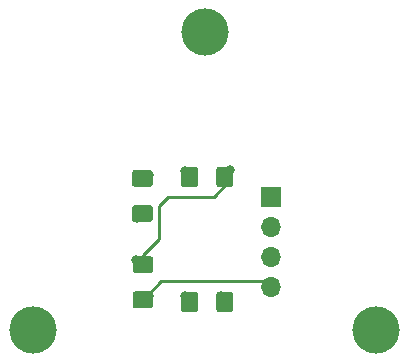
<source format=gbr>
G04 #@! TF.GenerationSoftware,KiCad,Pcbnew,5.0.1-33cea8e~68~ubuntu18.04.1*
G04 #@! TF.CreationDate,2018-11-27T18:27:31+01:00*
G04 #@! TF.ProjectId,AS5600_moveo_3_circ,4153353630305F6D6F76656F5F335F63,rev?*
G04 #@! TF.SameCoordinates,Original*
G04 #@! TF.FileFunction,Copper,L1,Top,Signal*
G04 #@! TF.FilePolarity,Positive*
%FSLAX46Y46*%
G04 Gerber Fmt 4.6, Leading zero omitted, Abs format (unit mm)*
G04 Created by KiCad (PCBNEW 5.0.1-33cea8e~68~ubuntu18.04.1) date mar 27 nov 2018 18:27:31 CET*
%MOMM*%
%LPD*%
G01*
G04 APERTURE LIST*
G04 #@! TA.AperFunction,Conductor*
%ADD10C,0.100000*%
G04 #@! TD*
G04 #@! TA.AperFunction,SMDPad,CuDef*
%ADD11C,1.425000*%
G04 #@! TD*
G04 #@! TA.AperFunction,ComponentPad*
%ADD12R,1.700000X1.700000*%
G04 #@! TD*
G04 #@! TA.AperFunction,ComponentPad*
%ADD13O,1.700000X1.700000*%
G04 #@! TD*
G04 #@! TA.AperFunction,ViaPad*
%ADD14C,4.000000*%
G04 #@! TD*
G04 #@! TA.AperFunction,ViaPad*
%ADD15C,0.800000*%
G04 #@! TD*
G04 #@! TA.AperFunction,Conductor*
%ADD16C,0.250000*%
G04 #@! TD*
G04 APERTURE END LIST*
D10*
G04 #@! TO.N,GND*
G04 #@! TO.C,C1*
G36*
X143067304Y-88917304D02*
X143091573Y-88920904D01*
X143115371Y-88926865D01*
X143138471Y-88935130D01*
X143160649Y-88945620D01*
X143181693Y-88958233D01*
X143201398Y-88972847D01*
X143219577Y-88989323D01*
X143236053Y-89007502D01*
X143250667Y-89027207D01*
X143263280Y-89048251D01*
X143273770Y-89070429D01*
X143282035Y-89093529D01*
X143287996Y-89117327D01*
X143291596Y-89141596D01*
X143292800Y-89166100D01*
X143292800Y-90091100D01*
X143291596Y-90115604D01*
X143287996Y-90139873D01*
X143282035Y-90163671D01*
X143273770Y-90186771D01*
X143263280Y-90208949D01*
X143250667Y-90229993D01*
X143236053Y-90249698D01*
X143219577Y-90267877D01*
X143201398Y-90284353D01*
X143181693Y-90298967D01*
X143160649Y-90311580D01*
X143138471Y-90322070D01*
X143115371Y-90330335D01*
X143091573Y-90336296D01*
X143067304Y-90339896D01*
X143042800Y-90341100D01*
X141792800Y-90341100D01*
X141768296Y-90339896D01*
X141744027Y-90336296D01*
X141720229Y-90330335D01*
X141697129Y-90322070D01*
X141674951Y-90311580D01*
X141653907Y-90298967D01*
X141634202Y-90284353D01*
X141616023Y-90267877D01*
X141599547Y-90249698D01*
X141584933Y-90229993D01*
X141572320Y-90208949D01*
X141561830Y-90186771D01*
X141553565Y-90163671D01*
X141547604Y-90139873D01*
X141544004Y-90115604D01*
X141542800Y-90091100D01*
X141542800Y-89166100D01*
X141544004Y-89141596D01*
X141547604Y-89117327D01*
X141553565Y-89093529D01*
X141561830Y-89070429D01*
X141572320Y-89048251D01*
X141584933Y-89027207D01*
X141599547Y-89007502D01*
X141616023Y-88989323D01*
X141634202Y-88972847D01*
X141653907Y-88958233D01*
X141674951Y-88945620D01*
X141697129Y-88935130D01*
X141720229Y-88926865D01*
X141744027Y-88920904D01*
X141768296Y-88917304D01*
X141792800Y-88916100D01*
X143042800Y-88916100D01*
X143067304Y-88917304D01*
X143067304Y-88917304D01*
G37*
D11*
G04 #@! TD*
G04 #@! TO.P,C1,2*
G04 #@! TO.N,GND*
X142417800Y-89628600D03*
D10*
G04 #@! TO.N,5V*
G04 #@! TO.C,C1*
G36*
X143067304Y-85942304D02*
X143091573Y-85945904D01*
X143115371Y-85951865D01*
X143138471Y-85960130D01*
X143160649Y-85970620D01*
X143181693Y-85983233D01*
X143201398Y-85997847D01*
X143219577Y-86014323D01*
X143236053Y-86032502D01*
X143250667Y-86052207D01*
X143263280Y-86073251D01*
X143273770Y-86095429D01*
X143282035Y-86118529D01*
X143287996Y-86142327D01*
X143291596Y-86166596D01*
X143292800Y-86191100D01*
X143292800Y-87116100D01*
X143291596Y-87140604D01*
X143287996Y-87164873D01*
X143282035Y-87188671D01*
X143273770Y-87211771D01*
X143263280Y-87233949D01*
X143250667Y-87254993D01*
X143236053Y-87274698D01*
X143219577Y-87292877D01*
X143201398Y-87309353D01*
X143181693Y-87323967D01*
X143160649Y-87336580D01*
X143138471Y-87347070D01*
X143115371Y-87355335D01*
X143091573Y-87361296D01*
X143067304Y-87364896D01*
X143042800Y-87366100D01*
X141792800Y-87366100D01*
X141768296Y-87364896D01*
X141744027Y-87361296D01*
X141720229Y-87355335D01*
X141697129Y-87347070D01*
X141674951Y-87336580D01*
X141653907Y-87323967D01*
X141634202Y-87309353D01*
X141616023Y-87292877D01*
X141599547Y-87274698D01*
X141584933Y-87254993D01*
X141572320Y-87233949D01*
X141561830Y-87211771D01*
X141553565Y-87188671D01*
X141547604Y-87164873D01*
X141544004Y-87140604D01*
X141542800Y-87116100D01*
X141542800Y-86191100D01*
X141544004Y-86166596D01*
X141547604Y-86142327D01*
X141553565Y-86118529D01*
X141561830Y-86095429D01*
X141572320Y-86073251D01*
X141584933Y-86052207D01*
X141599547Y-86032502D01*
X141616023Y-86014323D01*
X141634202Y-85997847D01*
X141653907Y-85983233D01*
X141674951Y-85970620D01*
X141697129Y-85960130D01*
X141720229Y-85951865D01*
X141744027Y-85945904D01*
X141768296Y-85942304D01*
X141792800Y-85941100D01*
X143042800Y-85941100D01*
X143067304Y-85942304D01*
X143067304Y-85942304D01*
G37*
D11*
G04 #@! TD*
G04 #@! TO.P,C1,1*
G04 #@! TO.N,5V*
X142417800Y-86653600D03*
D10*
G04 #@! TO.N,GND*
G04 #@! TO.C,C2*
G36*
X143029204Y-78638304D02*
X143053473Y-78641904D01*
X143077271Y-78647865D01*
X143100371Y-78656130D01*
X143122549Y-78666620D01*
X143143593Y-78679233D01*
X143163298Y-78693847D01*
X143181477Y-78710323D01*
X143197953Y-78728502D01*
X143212567Y-78748207D01*
X143225180Y-78769251D01*
X143235670Y-78791429D01*
X143243935Y-78814529D01*
X143249896Y-78838327D01*
X143253496Y-78862596D01*
X143254700Y-78887100D01*
X143254700Y-79812100D01*
X143253496Y-79836604D01*
X143249896Y-79860873D01*
X143243935Y-79884671D01*
X143235670Y-79907771D01*
X143225180Y-79929949D01*
X143212567Y-79950993D01*
X143197953Y-79970698D01*
X143181477Y-79988877D01*
X143163298Y-80005353D01*
X143143593Y-80019967D01*
X143122549Y-80032580D01*
X143100371Y-80043070D01*
X143077271Y-80051335D01*
X143053473Y-80057296D01*
X143029204Y-80060896D01*
X143004700Y-80062100D01*
X141754700Y-80062100D01*
X141730196Y-80060896D01*
X141705927Y-80057296D01*
X141682129Y-80051335D01*
X141659029Y-80043070D01*
X141636851Y-80032580D01*
X141615807Y-80019967D01*
X141596102Y-80005353D01*
X141577923Y-79988877D01*
X141561447Y-79970698D01*
X141546833Y-79950993D01*
X141534220Y-79929949D01*
X141523730Y-79907771D01*
X141515465Y-79884671D01*
X141509504Y-79860873D01*
X141505904Y-79836604D01*
X141504700Y-79812100D01*
X141504700Y-78887100D01*
X141505904Y-78862596D01*
X141509504Y-78838327D01*
X141515465Y-78814529D01*
X141523730Y-78791429D01*
X141534220Y-78769251D01*
X141546833Y-78748207D01*
X141561447Y-78728502D01*
X141577923Y-78710323D01*
X141596102Y-78693847D01*
X141615807Y-78679233D01*
X141636851Y-78666620D01*
X141659029Y-78656130D01*
X141682129Y-78647865D01*
X141705927Y-78641904D01*
X141730196Y-78638304D01*
X141754700Y-78637100D01*
X143004700Y-78637100D01*
X143029204Y-78638304D01*
X143029204Y-78638304D01*
G37*
D11*
G04 #@! TD*
G04 #@! TO.P,C2,2*
G04 #@! TO.N,GND*
X142379700Y-79349600D03*
D10*
G04 #@! TO.N,+3V3*
G04 #@! TO.C,C2*
G36*
X143029204Y-81613304D02*
X143053473Y-81616904D01*
X143077271Y-81622865D01*
X143100371Y-81631130D01*
X143122549Y-81641620D01*
X143143593Y-81654233D01*
X143163298Y-81668847D01*
X143181477Y-81685323D01*
X143197953Y-81703502D01*
X143212567Y-81723207D01*
X143225180Y-81744251D01*
X143235670Y-81766429D01*
X143243935Y-81789529D01*
X143249896Y-81813327D01*
X143253496Y-81837596D01*
X143254700Y-81862100D01*
X143254700Y-82787100D01*
X143253496Y-82811604D01*
X143249896Y-82835873D01*
X143243935Y-82859671D01*
X143235670Y-82882771D01*
X143225180Y-82904949D01*
X143212567Y-82925993D01*
X143197953Y-82945698D01*
X143181477Y-82963877D01*
X143163298Y-82980353D01*
X143143593Y-82994967D01*
X143122549Y-83007580D01*
X143100371Y-83018070D01*
X143077271Y-83026335D01*
X143053473Y-83032296D01*
X143029204Y-83035896D01*
X143004700Y-83037100D01*
X141754700Y-83037100D01*
X141730196Y-83035896D01*
X141705927Y-83032296D01*
X141682129Y-83026335D01*
X141659029Y-83018070D01*
X141636851Y-83007580D01*
X141615807Y-82994967D01*
X141596102Y-82980353D01*
X141577923Y-82963877D01*
X141561447Y-82945698D01*
X141546833Y-82925993D01*
X141534220Y-82904949D01*
X141523730Y-82882771D01*
X141515465Y-82859671D01*
X141509504Y-82835873D01*
X141505904Y-82811604D01*
X141504700Y-82787100D01*
X141504700Y-81862100D01*
X141505904Y-81837596D01*
X141509504Y-81813327D01*
X141515465Y-81789529D01*
X141523730Y-81766429D01*
X141534220Y-81744251D01*
X141546833Y-81723207D01*
X141561447Y-81703502D01*
X141577923Y-81685323D01*
X141596102Y-81668847D01*
X141615807Y-81654233D01*
X141636851Y-81641620D01*
X141659029Y-81631130D01*
X141682129Y-81622865D01*
X141705927Y-81616904D01*
X141730196Y-81613304D01*
X141754700Y-81612100D01*
X143004700Y-81612100D01*
X143029204Y-81613304D01*
X143029204Y-81613304D01*
G37*
D11*
G04 #@! TD*
G04 #@! TO.P,C2,1*
G04 #@! TO.N,+3V3*
X142379700Y-82324600D03*
D12*
G04 #@! TO.P,J1,1*
G04 #@! TO.N,5V*
X153276300Y-80886300D03*
D13*
G04 #@! TO.P,J1,2*
G04 #@! TO.N,SDA*
X153276300Y-83426300D03*
G04 #@! TO.P,J1,3*
G04 #@! TO.N,SCL*
X153276300Y-85966300D03*
G04 #@! TO.P,J1,4*
G04 #@! TO.N,GND*
X153276300Y-88506300D03*
G04 #@! TD*
D10*
G04 #@! TO.N,SCL*
G04 #@! TO.C,R1*
G36*
X149840604Y-88940604D02*
X149864873Y-88944204D01*
X149888671Y-88950165D01*
X149911771Y-88958430D01*
X149933949Y-88968920D01*
X149954993Y-88981533D01*
X149974698Y-88996147D01*
X149992877Y-89012623D01*
X150009353Y-89030802D01*
X150023967Y-89050507D01*
X150036580Y-89071551D01*
X150047070Y-89093729D01*
X150055335Y-89116829D01*
X150061296Y-89140627D01*
X150064896Y-89164896D01*
X150066100Y-89189400D01*
X150066100Y-90439400D01*
X150064896Y-90463904D01*
X150061296Y-90488173D01*
X150055335Y-90511971D01*
X150047070Y-90535071D01*
X150036580Y-90557249D01*
X150023967Y-90578293D01*
X150009353Y-90597998D01*
X149992877Y-90616177D01*
X149974698Y-90632653D01*
X149954993Y-90647267D01*
X149933949Y-90659880D01*
X149911771Y-90670370D01*
X149888671Y-90678635D01*
X149864873Y-90684596D01*
X149840604Y-90688196D01*
X149816100Y-90689400D01*
X148891100Y-90689400D01*
X148866596Y-90688196D01*
X148842327Y-90684596D01*
X148818529Y-90678635D01*
X148795429Y-90670370D01*
X148773251Y-90659880D01*
X148752207Y-90647267D01*
X148732502Y-90632653D01*
X148714323Y-90616177D01*
X148697847Y-90597998D01*
X148683233Y-90578293D01*
X148670620Y-90557249D01*
X148660130Y-90535071D01*
X148651865Y-90511971D01*
X148645904Y-90488173D01*
X148642304Y-90463904D01*
X148641100Y-90439400D01*
X148641100Y-89189400D01*
X148642304Y-89164896D01*
X148645904Y-89140627D01*
X148651865Y-89116829D01*
X148660130Y-89093729D01*
X148670620Y-89071551D01*
X148683233Y-89050507D01*
X148697847Y-89030802D01*
X148714323Y-89012623D01*
X148732502Y-88996147D01*
X148752207Y-88981533D01*
X148773251Y-88968920D01*
X148795429Y-88958430D01*
X148818529Y-88950165D01*
X148842327Y-88944204D01*
X148866596Y-88940604D01*
X148891100Y-88939400D01*
X149816100Y-88939400D01*
X149840604Y-88940604D01*
X149840604Y-88940604D01*
G37*
D11*
G04 #@! TD*
G04 #@! TO.P,R1,2*
G04 #@! TO.N,SCL*
X149353600Y-89814400D03*
D10*
G04 #@! TO.N,5V*
G04 #@! TO.C,R1*
G36*
X146865604Y-88940604D02*
X146889873Y-88944204D01*
X146913671Y-88950165D01*
X146936771Y-88958430D01*
X146958949Y-88968920D01*
X146979993Y-88981533D01*
X146999698Y-88996147D01*
X147017877Y-89012623D01*
X147034353Y-89030802D01*
X147048967Y-89050507D01*
X147061580Y-89071551D01*
X147072070Y-89093729D01*
X147080335Y-89116829D01*
X147086296Y-89140627D01*
X147089896Y-89164896D01*
X147091100Y-89189400D01*
X147091100Y-90439400D01*
X147089896Y-90463904D01*
X147086296Y-90488173D01*
X147080335Y-90511971D01*
X147072070Y-90535071D01*
X147061580Y-90557249D01*
X147048967Y-90578293D01*
X147034353Y-90597998D01*
X147017877Y-90616177D01*
X146999698Y-90632653D01*
X146979993Y-90647267D01*
X146958949Y-90659880D01*
X146936771Y-90670370D01*
X146913671Y-90678635D01*
X146889873Y-90684596D01*
X146865604Y-90688196D01*
X146841100Y-90689400D01*
X145916100Y-90689400D01*
X145891596Y-90688196D01*
X145867327Y-90684596D01*
X145843529Y-90678635D01*
X145820429Y-90670370D01*
X145798251Y-90659880D01*
X145777207Y-90647267D01*
X145757502Y-90632653D01*
X145739323Y-90616177D01*
X145722847Y-90597998D01*
X145708233Y-90578293D01*
X145695620Y-90557249D01*
X145685130Y-90535071D01*
X145676865Y-90511971D01*
X145670904Y-90488173D01*
X145667304Y-90463904D01*
X145666100Y-90439400D01*
X145666100Y-89189400D01*
X145667304Y-89164896D01*
X145670904Y-89140627D01*
X145676865Y-89116829D01*
X145685130Y-89093729D01*
X145695620Y-89071551D01*
X145708233Y-89050507D01*
X145722847Y-89030802D01*
X145739323Y-89012623D01*
X145757502Y-88996147D01*
X145777207Y-88981533D01*
X145798251Y-88968920D01*
X145820429Y-88958430D01*
X145843529Y-88950165D01*
X145867327Y-88944204D01*
X145891596Y-88940604D01*
X145916100Y-88939400D01*
X146841100Y-88939400D01*
X146865604Y-88940604D01*
X146865604Y-88940604D01*
G37*
D11*
G04 #@! TD*
G04 #@! TO.P,R1,1*
G04 #@! TO.N,5V*
X146378600Y-89814400D03*
D10*
G04 #@! TO.N,SDA*
G04 #@! TO.C,R2*
G36*
X146865604Y-78348804D02*
X146889873Y-78352404D01*
X146913671Y-78358365D01*
X146936771Y-78366630D01*
X146958949Y-78377120D01*
X146979993Y-78389733D01*
X146999698Y-78404347D01*
X147017877Y-78420823D01*
X147034353Y-78439002D01*
X147048967Y-78458707D01*
X147061580Y-78479751D01*
X147072070Y-78501929D01*
X147080335Y-78525029D01*
X147086296Y-78548827D01*
X147089896Y-78573096D01*
X147091100Y-78597600D01*
X147091100Y-79847600D01*
X147089896Y-79872104D01*
X147086296Y-79896373D01*
X147080335Y-79920171D01*
X147072070Y-79943271D01*
X147061580Y-79965449D01*
X147048967Y-79986493D01*
X147034353Y-80006198D01*
X147017877Y-80024377D01*
X146999698Y-80040853D01*
X146979993Y-80055467D01*
X146958949Y-80068080D01*
X146936771Y-80078570D01*
X146913671Y-80086835D01*
X146889873Y-80092796D01*
X146865604Y-80096396D01*
X146841100Y-80097600D01*
X145916100Y-80097600D01*
X145891596Y-80096396D01*
X145867327Y-80092796D01*
X145843529Y-80086835D01*
X145820429Y-80078570D01*
X145798251Y-80068080D01*
X145777207Y-80055467D01*
X145757502Y-80040853D01*
X145739323Y-80024377D01*
X145722847Y-80006198D01*
X145708233Y-79986493D01*
X145695620Y-79965449D01*
X145685130Y-79943271D01*
X145676865Y-79920171D01*
X145670904Y-79896373D01*
X145667304Y-79872104D01*
X145666100Y-79847600D01*
X145666100Y-78597600D01*
X145667304Y-78573096D01*
X145670904Y-78548827D01*
X145676865Y-78525029D01*
X145685130Y-78501929D01*
X145695620Y-78479751D01*
X145708233Y-78458707D01*
X145722847Y-78439002D01*
X145739323Y-78420823D01*
X145757502Y-78404347D01*
X145777207Y-78389733D01*
X145798251Y-78377120D01*
X145820429Y-78366630D01*
X145843529Y-78358365D01*
X145867327Y-78352404D01*
X145891596Y-78348804D01*
X145916100Y-78347600D01*
X146841100Y-78347600D01*
X146865604Y-78348804D01*
X146865604Y-78348804D01*
G37*
D11*
G04 #@! TD*
G04 #@! TO.P,R2,2*
G04 #@! TO.N,SDA*
X146378600Y-79222600D03*
D10*
G04 #@! TO.N,5V*
G04 #@! TO.C,R2*
G36*
X149840604Y-78348804D02*
X149864873Y-78352404D01*
X149888671Y-78358365D01*
X149911771Y-78366630D01*
X149933949Y-78377120D01*
X149954993Y-78389733D01*
X149974698Y-78404347D01*
X149992877Y-78420823D01*
X150009353Y-78439002D01*
X150023967Y-78458707D01*
X150036580Y-78479751D01*
X150047070Y-78501929D01*
X150055335Y-78525029D01*
X150061296Y-78548827D01*
X150064896Y-78573096D01*
X150066100Y-78597600D01*
X150066100Y-79847600D01*
X150064896Y-79872104D01*
X150061296Y-79896373D01*
X150055335Y-79920171D01*
X150047070Y-79943271D01*
X150036580Y-79965449D01*
X150023967Y-79986493D01*
X150009353Y-80006198D01*
X149992877Y-80024377D01*
X149974698Y-80040853D01*
X149954993Y-80055467D01*
X149933949Y-80068080D01*
X149911771Y-80078570D01*
X149888671Y-80086835D01*
X149864873Y-80092796D01*
X149840604Y-80096396D01*
X149816100Y-80097600D01*
X148891100Y-80097600D01*
X148866596Y-80096396D01*
X148842327Y-80092796D01*
X148818529Y-80086835D01*
X148795429Y-80078570D01*
X148773251Y-80068080D01*
X148752207Y-80055467D01*
X148732502Y-80040853D01*
X148714323Y-80024377D01*
X148697847Y-80006198D01*
X148683233Y-79986493D01*
X148670620Y-79965449D01*
X148660130Y-79943271D01*
X148651865Y-79920171D01*
X148645904Y-79896373D01*
X148642304Y-79872104D01*
X148641100Y-79847600D01*
X148641100Y-78597600D01*
X148642304Y-78573096D01*
X148645904Y-78548827D01*
X148651865Y-78525029D01*
X148660130Y-78501929D01*
X148670620Y-78479751D01*
X148683233Y-78458707D01*
X148697847Y-78439002D01*
X148714323Y-78420823D01*
X148732502Y-78404347D01*
X148752207Y-78389733D01*
X148773251Y-78377120D01*
X148795429Y-78366630D01*
X148818529Y-78358365D01*
X148842327Y-78352404D01*
X148866596Y-78348804D01*
X148891100Y-78347600D01*
X149816100Y-78347600D01*
X149840604Y-78348804D01*
X149840604Y-78348804D01*
G37*
D11*
G04 #@! TD*
G04 #@! TO.P,R2,1*
G04 #@! TO.N,5V*
X149353600Y-79222600D03*
D14*
G04 #@! TO.N,*
X162153600Y-92163900D03*
X133146800Y-92151200D03*
X147662900Y-66967100D03*
D15*
G04 #@! TO.N,5V*
X145961100Y-89319100D03*
X149783800Y-78663800D03*
X141871700Y-86233000D03*
G04 #@! TO.N,GND*
X142976600Y-89268300D03*
X142951200Y-79032100D03*
G04 #@! TO.N,+3V3*
X141922500Y-82727800D03*
G04 #@! TO.N,SDA*
X145961100Y-78740000D03*
G04 #@! TO.N,SCL*
X148996400Y-89268300D03*
G04 #@! TD*
D16*
G04 #@! TO.N,5V*
X149783800Y-79527400D02*
X149783800Y-78663800D01*
X142417800Y-85841100D02*
X143802100Y-84456800D01*
X142417800Y-86653600D02*
X142417800Y-85841100D01*
X143802100Y-84456800D02*
X143802100Y-81673700D01*
X144564100Y-80911700D02*
X148399500Y-80911700D01*
X143802100Y-81673700D02*
X144564100Y-80911700D01*
X148399500Y-80911700D02*
X149783800Y-79527400D01*
G04 #@! TO.N,GND*
X152831800Y-88061800D02*
X153276300Y-88506300D01*
X142417800Y-89628600D02*
X143984600Y-88061800D01*
X143984600Y-88061800D02*
X152831800Y-88061800D01*
G04 #@! TD*
M02*

</source>
